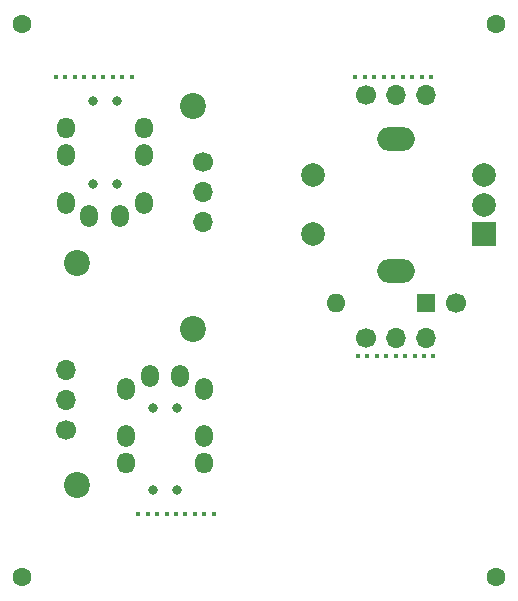
<source format=gbr>
%TF.GenerationSoftware,KiCad,Pcbnew,7.0.5*%
%TF.CreationDate,2024-01-16T16:22:41+08:00*%
%TF.ProjectId,ZeroMini,5a65726f-4d69-46e6-992e-6b696361645f,rev?*%
%TF.SameCoordinates,Original*%
%TF.FileFunction,Soldermask,Top*%
%TF.FilePolarity,Negative*%
%FSLAX46Y46*%
G04 Gerber Fmt 4.6, Leading zero omitted, Abs format (unit mm)*
G04 Created by KiCad (PCBNEW 7.0.5) date 2024-01-16 16:22:41*
%MOMM*%
%LPD*%
G01*
G04 APERTURE LIST*
%ADD10O,3.200000X2.000000*%
%ADD11R,2.000000X2.000000*%
%ADD12C,2.000000*%
%ADD13C,0.800000*%
%ADD14O,1.500000X1.900000*%
%ADD15O,1.500000X1.800000*%
%ADD16C,1.700000*%
%ADD17O,1.700000X1.700000*%
%ADD18C,0.450000*%
%ADD19C,2.200000*%
%ADD20C,1.596000*%
%ADD21R,1.600000X1.600000*%
%ADD22O,1.600000X1.600000*%
G04 APERTURE END LIST*
D10*
%TO.C,RE1*%
X178956000Y-55834000D03*
X178956000Y-44634000D03*
D11*
X186456000Y-52734000D03*
D12*
X186456000Y-47734000D03*
X186456000Y-50234000D03*
X171956000Y-47734000D03*
X171956000Y-52734000D03*
%TD*%
D13*
%TO.C,T1*%
X160428000Y-74416000D03*
X160428000Y-67416000D03*
X158428000Y-74416000D03*
X158428000Y-67416000D03*
D14*
X162728000Y-65816000D03*
X156128000Y-65816000D03*
D15*
X162728000Y-72116000D03*
X156128000Y-72116000D03*
D14*
X162728000Y-69816000D03*
X156128000Y-69816000D03*
X160728000Y-64716000D03*
X158128000Y-64716000D03*
%TD*%
D13*
%TO.C,T1*%
X153328000Y-41470000D03*
X153328000Y-48470000D03*
X155328000Y-41470000D03*
X155328000Y-48470000D03*
D14*
X151028000Y-50070000D03*
X157628000Y-50070000D03*
D15*
X151028000Y-43770000D03*
X157628000Y-43770000D03*
D14*
X151028000Y-46070000D03*
X157628000Y-46070000D03*
X153028000Y-51170000D03*
X155628000Y-51170000D03*
%TD*%
D16*
%TO.C,J12*%
X176416000Y-40990000D03*
D17*
X178956000Y-40990000D03*
X181496000Y-40990000D03*
%TD*%
D18*
%TO.C,H7*%
X175756000Y-63074000D03*
X176556000Y-63074000D03*
X177356000Y-63074000D03*
X178156000Y-63074000D03*
X178956000Y-63074000D03*
X179756000Y-63074000D03*
X180556000Y-63074000D03*
X181356000Y-63074000D03*
X182156000Y-63074000D03*
%TD*%
D19*
%TO.C,H1*%
X152000000Y-55143000D03*
%TD*%
D20*
%TO.C,H10*%
X147300000Y-34910000D03*
%TD*%
D16*
%TO.C,J1*%
X151070000Y-69293000D03*
D17*
X151070000Y-66753000D03*
X151070000Y-64213000D03*
%TD*%
D18*
%TO.C,H8*%
X150200000Y-39420000D03*
X151000000Y-39420000D03*
X151800000Y-39420000D03*
X152600000Y-39420000D03*
X153400000Y-39420000D03*
X154200000Y-39420000D03*
X155000000Y-39420000D03*
X155800000Y-39420000D03*
X156600000Y-39420000D03*
%TD*%
D20*
%TO.C,H13*%
X187456400Y-81780000D03*
%TD*%
D16*
%TO.C,J10*%
X184026000Y-58584000D03*
%TD*%
D19*
%TO.C,H2*%
X152000000Y-73966000D03*
%TD*%
D20*
%TO.C,H15*%
X187456400Y-34910000D03*
%TD*%
D16*
%TO.C,J1*%
X162686000Y-46593000D03*
D17*
X162686000Y-49133000D03*
X162686000Y-51673000D03*
%TD*%
D19*
%TO.C,H2*%
X161756000Y-41920000D03*
%TD*%
D18*
%TO.C,H9*%
X175546000Y-39420000D03*
X176346000Y-39420000D03*
X177146000Y-39420000D03*
X177946000Y-39420000D03*
X178746000Y-39420000D03*
X179546000Y-39420000D03*
X180346000Y-39420000D03*
X181146000Y-39420000D03*
X181946000Y-39420000D03*
%TD*%
D19*
%TO.C,H1*%
X161756000Y-60743000D03*
%TD*%
D18*
%TO.C,H3*%
X163556000Y-76466000D03*
X162756000Y-76466000D03*
X161956000Y-76466000D03*
X161156000Y-76466000D03*
X160356000Y-76466000D03*
X159556000Y-76466000D03*
X158756000Y-76466000D03*
X157956000Y-76466000D03*
X157156000Y-76466000D03*
%TD*%
D20*
%TO.C,H14*%
X147300000Y-81780000D03*
%TD*%
D21*
%TO.C,D1*%
X181486000Y-58584000D03*
D22*
X173886000Y-58584000D03*
%TD*%
D16*
%TO.C,J11*%
X176416000Y-61504000D03*
D17*
X178956000Y-61504000D03*
X181496000Y-61504000D03*
%TD*%
M02*

</source>
